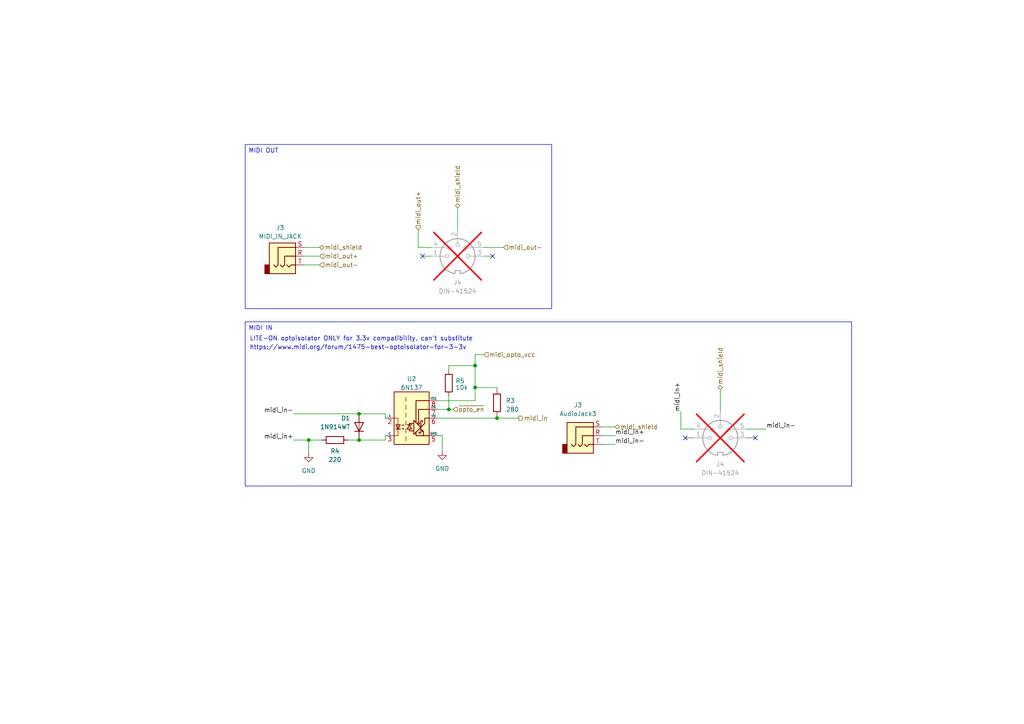
<source format=kicad_sch>
(kicad_sch (version 20230121) (generator eeschema)

  (uuid c3ac1eb7-e87a-423c-b78d-f59fbd31daa0)

  (paper "A4")

  (lib_symbols
    (symbol "Connector:AudioJack3" (in_bom yes) (on_board yes)
      (property "Reference" "J" (at 0 8.89 0)
        (effects (font (size 1.27 1.27)))
      )
      (property "Value" "AudioJack3" (at 0 6.35 0)
        (effects (font (size 1.27 1.27)))
      )
      (property "Footprint" "" (at 0 0 0)
        (effects (font (size 1.27 1.27)) hide)
      )
      (property "Datasheet" "~" (at 0 0 0)
        (effects (font (size 1.27 1.27)) hide)
      )
      (property "ki_keywords" "audio jack receptacle stereo headphones phones TRS connector" (at 0 0 0)
        (effects (font (size 1.27 1.27)) hide)
      )
      (property "ki_description" "Audio Jack, 3 Poles (Stereo / TRS)" (at 0 0 0)
        (effects (font (size 1.27 1.27)) hide)
      )
      (property "ki_fp_filters" "Jack*" (at 0 0 0)
        (effects (font (size 1.27 1.27)) hide)
      )
      (symbol "AudioJack3_0_1"
        (rectangle (start -5.08 -5.08) (end -6.35 -2.54)
          (stroke (width 0.254) (type default))
          (fill (type outline))
        )
        (polyline
          (pts
            (xy 0 -2.54)
            (xy 0.635 -3.175)
            (xy 1.27 -2.54)
            (xy 2.54 -2.54)
          )
          (stroke (width 0.254) (type default))
          (fill (type none))
        )
        (polyline
          (pts
            (xy -1.905 -2.54)
            (xy -1.27 -3.175)
            (xy -0.635 -2.54)
            (xy -0.635 0)
            (xy 2.54 0)
          )
          (stroke (width 0.254) (type default))
          (fill (type none))
        )
        (polyline
          (pts
            (xy 2.54 2.54)
            (xy -2.54 2.54)
            (xy -2.54 -2.54)
            (xy -3.175 -3.175)
            (xy -3.81 -2.54)
          )
          (stroke (width 0.254) (type default))
          (fill (type none))
        )
        (rectangle (start 2.54 3.81) (end -5.08 -5.08)
          (stroke (width 0.254) (type default))
          (fill (type background))
        )
      )
      (symbol "AudioJack3_1_1"
        (pin passive line (at 5.08 0 180) (length 2.54)
          (name "~" (effects (font (size 1.27 1.27))))
          (number "R" (effects (font (size 1.27 1.27))))
        )
        (pin passive line (at 5.08 2.54 180) (length 2.54)
          (name "~" (effects (font (size 1.27 1.27))))
          (number "S" (effects (font (size 1.27 1.27))))
        )
        (pin passive line (at 5.08 -2.54 180) (length 2.54)
          (name "~" (effects (font (size 1.27 1.27))))
          (number "T" (effects (font (size 1.27 1.27))))
        )
      )
    )
    (symbol "Connector:DIN-5_180degree" (pin_names (offset 1.016)) (in_bom yes) (on_board yes)
      (property "Reference" "J" (at 3.175 5.715 0)
        (effects (font (size 1.27 1.27)))
      )
      (property "Value" "DIN-5_180degree" (at 0 -6.35 0)
        (effects (font (size 1.27 1.27)))
      )
      (property "Footprint" "" (at 0 0 0)
        (effects (font (size 1.27 1.27)) hide)
      )
      (property "Datasheet" "http://www.mouser.com/ds/2/18/40_c091_abd_e-75918.pdf" (at 0 0 0)
        (effects (font (size 1.27 1.27)) hide)
      )
      (property "ki_keywords" "circular DIN connector stereo audio" (at 0 0 0)
        (effects (font (size 1.27 1.27)) hide)
      )
      (property "ki_description" "5-pin DIN connector (5-pin DIN-5 stereo)" (at 0 0 0)
        (effects (font (size 1.27 1.27)) hide)
      )
      (property "ki_fp_filters" "DIN*" (at 0 0 0)
        (effects (font (size 1.27 1.27)) hide)
      )
      (symbol "DIN-5_180degree_0_1"
        (arc (start -5.08 0) (mid -3.8609 -3.3364) (end -0.762 -5.08)
          (stroke (width 0.254) (type default))
          (fill (type none))
        )
        (circle (center -3.048 0) (radius 0.508)
          (stroke (width 0) (type default))
          (fill (type none))
        )
        (circle (center -2.286 2.286) (radius 0.508)
          (stroke (width 0) (type default))
          (fill (type none))
        )
        (polyline
          (pts
            (xy -5.08 0)
            (xy -3.556 0)
          )
          (stroke (width 0) (type default))
          (fill (type none))
        )
        (polyline
          (pts
            (xy 0 5.08)
            (xy 0 3.81)
          )
          (stroke (width 0) (type default))
          (fill (type none))
        )
        (polyline
          (pts
            (xy 5.08 0)
            (xy 3.556 0)
          )
          (stroke (width 0) (type default))
          (fill (type none))
        )
        (polyline
          (pts
            (xy -5.08 2.54)
            (xy -4.318 2.54)
            (xy -2.794 2.286)
          )
          (stroke (width 0) (type default))
          (fill (type none))
        )
        (polyline
          (pts
            (xy 5.08 2.54)
            (xy 4.318 2.54)
            (xy 2.794 2.286)
          )
          (stroke (width 0) (type default))
          (fill (type none))
        )
        (polyline
          (pts
            (xy -0.762 -4.953)
            (xy -0.762 -4.191)
            (xy 0.762 -4.191)
            (xy 0.762 -4.953)
          )
          (stroke (width 0.254) (type default))
          (fill (type none))
        )
        (circle (center 0 3.302) (radius 0.508)
          (stroke (width 0) (type default))
          (fill (type none))
        )
        (arc (start 0.762 -5.08) (mid 3.8685 -3.343) (end 5.08 0)
          (stroke (width 0.254) (type default))
          (fill (type none))
        )
        (circle (center 2.286 2.286) (radius 0.508)
          (stroke (width 0) (type default))
          (fill (type none))
        )
        (circle (center 3.048 0) (radius 0.508)
          (stroke (width 0) (type default))
          (fill (type none))
        )
        (arc (start 5.08 0) (mid 0 5.0579) (end -5.08 0)
          (stroke (width 0.254) (type default))
          (fill (type none))
        )
      )
      (symbol "DIN-5_180degree_1_1"
        (pin passive line (at -7.62 0 0) (length 2.54)
          (name "~" (effects (font (size 1.27 1.27))))
          (number "1" (effects (font (size 1.27 1.27))))
        )
        (pin passive line (at 0 7.62 270) (length 2.54)
          (name "~" (effects (font (size 1.27 1.27))))
          (number "2" (effects (font (size 1.27 1.27))))
        )
        (pin passive line (at 7.62 0 180) (length 2.54)
          (name "~" (effects (font (size 1.27 1.27))))
          (number "3" (effects (font (size 1.27 1.27))))
        )
        (pin passive line (at -7.62 2.54 0) (length 2.54)
          (name "~" (effects (font (size 1.27 1.27))))
          (number "4" (effects (font (size 1.27 1.27))))
        )
        (pin passive line (at 7.62 2.54 180) (length 2.54)
          (name "~" (effects (font (size 1.27 1.27))))
          (number "5" (effects (font (size 1.27 1.27))))
        )
      )
    )
    (symbol "Device:R" (pin_numbers hide) (pin_names (offset 0)) (in_bom yes) (on_board yes)
      (property "Reference" "R" (at 2.032 0 90)
        (effects (font (size 1.27 1.27)))
      )
      (property "Value" "R" (at 0 0 90)
        (effects (font (size 1.27 1.27)))
      )
      (property "Footprint" "" (at -1.778 0 90)
        (effects (font (size 1.27 1.27)) hide)
      )
      (property "Datasheet" "~" (at 0 0 0)
        (effects (font (size 1.27 1.27)) hide)
      )
      (property "ki_keywords" "R res resistor" (at 0 0 0)
        (effects (font (size 1.27 1.27)) hide)
      )
      (property "ki_description" "Resistor" (at 0 0 0)
        (effects (font (size 1.27 1.27)) hide)
      )
      (property "ki_fp_filters" "R_*" (at 0 0 0)
        (effects (font (size 1.27 1.27)) hide)
      )
      (symbol "R_0_1"
        (rectangle (start -1.016 -2.54) (end 1.016 2.54)
          (stroke (width 0.254) (type default))
          (fill (type none))
        )
      )
      (symbol "R_1_1"
        (pin passive line (at 0 3.81 270) (length 1.27)
          (name "~" (effects (font (size 1.27 1.27))))
          (number "1" (effects (font (size 1.27 1.27))))
        )
        (pin passive line (at 0 -3.81 90) (length 1.27)
          (name "~" (effects (font (size 1.27 1.27))))
          (number "2" (effects (font (size 1.27 1.27))))
        )
      )
    )
    (symbol "Diode:1N914WT" (pin_numbers hide) (pin_names hide) (in_bom yes) (on_board yes)
      (property "Reference" "D" (at 0 2.54 0)
        (effects (font (size 1.27 1.27)))
      )
      (property "Value" "1N914WT" (at 0 -2.54 0)
        (effects (font (size 1.27 1.27)))
      )
      (property "Footprint" "Diode_SMD:D_SOD-523" (at 0 -4.445 0)
        (effects (font (size 1.27 1.27)) hide)
      )
      (property "Datasheet" "http://www.mouser.com/ds/2/149/1N4148WT-461550.pdf" (at 0 0 0)
        (effects (font (size 1.27 1.27)) hide)
      )
      (property "Sim.Device" "D" (at 0 0 0)
        (effects (font (size 1.27 1.27)) hide)
      )
      (property "Sim.Pins" "1=K 2=A" (at 0 0 0)
        (effects (font (size 1.27 1.27)) hide)
      )
      (property "ki_keywords" "diode" (at 0 0 0)
        (effects (font (size 1.27 1.27)) hide)
      )
      (property "ki_description" "75V 0.15A Fast switching Diode, SOD-523" (at 0 0 0)
        (effects (font (size 1.27 1.27)) hide)
      )
      (property "ki_fp_filters" "D*SOD?523*" (at 0 0 0)
        (effects (font (size 1.27 1.27)) hide)
      )
      (symbol "1N914WT_0_1"
        (polyline
          (pts
            (xy -1.27 1.27)
            (xy -1.27 -1.27)
          )
          (stroke (width 0.254) (type default))
          (fill (type none))
        )
        (polyline
          (pts
            (xy 1.27 0)
            (xy -1.27 0)
          )
          (stroke (width 0) (type default))
          (fill (type none))
        )
        (polyline
          (pts
            (xy 1.27 1.27)
            (xy 1.27 -1.27)
            (xy -1.27 0)
            (xy 1.27 1.27)
          )
          (stroke (width 0.254) (type default))
          (fill (type none))
        )
      )
      (symbol "1N914WT_1_1"
        (pin passive line (at -3.81 0 0) (length 2.54)
          (name "K" (effects (font (size 1.27 1.27))))
          (number "1" (effects (font (size 1.27 1.27))))
        )
        (pin passive line (at 3.81 0 180) (length 2.54)
          (name "A" (effects (font (size 1.27 1.27))))
          (number "2" (effects (font (size 1.27 1.27))))
        )
      )
    )
    (symbol "Isolator:6N137" (pin_names (offset 0)) (in_bom yes) (on_board yes)
      (property "Reference" "U" (at -4.064 8.89 0)
        (effects (font (size 1.27 1.27)))
      )
      (property "Value" "6N137" (at 0 -8.89 0)
        (effects (font (size 1.27 1.27)))
      )
      (property "Footprint" "Package_DIP:DIP-8_W7.62mm" (at 0 -12.7 0)
        (effects (font (size 1.27 1.27)) hide)
      )
      (property "Datasheet" "https://docs.broadcom.com/docs/AV02-0940EN" (at -21.59 13.97 0)
        (effects (font (size 1.27 1.27)) hide)
      )
      (property "ki_keywords" "High speed optically coupled gates enable" (at 0 0 0)
        (effects (font (size 1.27 1.27)) hide)
      )
      (property "ki_description" "Single High Speed LSTTL/TTL Compatible Optocoupler with enable, dV/dt 1000/us, VCM 10, max 7V VCC, DIP-8" (at 0 0 0)
        (effects (font (size 1.27 1.27)) hide)
      )
      (property "ki_fp_filters" "DIP*W7.62mm*" (at 0 0 0)
        (effects (font (size 1.27 1.27)) hide)
      )
      (symbol "6N137_0_1"
        (polyline
          (pts
            (xy 2.667 -3.556)
            (xy 2.667 -1.651)
          )
          (stroke (width 0.254) (type default))
          (fill (type none))
        )
        (polyline
          (pts
            (xy 2.667 -2.159)
            (xy 2.667 -2.921)
          )
          (stroke (width 0.254) (type default))
          (fill (type none))
        )
        (polyline
          (pts
            (xy 3.429 -3.937)
            (xy 3.429 -5.08)
          )
          (stroke (width 0.254) (type default))
          (fill (type none))
        )
        (polyline
          (pts
            (xy -0.635 -3.302)
            (xy -0.635 -3.683)
            (xy 0.635 -3.683)
          )
          (stroke (width 0.254) (type default))
          (fill (type none))
        )
        (polyline
          (pts
            (xy -0.635 -1.905)
            (xy -0.635 -1.524)
            (xy 0.508 -1.524)
          )
          (stroke (width 0.254) (type default))
          (fill (type none))
        )
        (polyline
          (pts
            (xy 1.27 -4.064)
            (xy 1.27 -5.08)
            (xy 5.08 -5.08)
          )
          (stroke (width 0.254) (type default))
          (fill (type none))
        )
        (polyline
          (pts
            (xy 1.27 -1.27)
            (xy 1.27 5.08)
            (xy 5.08 5.08)
          )
          (stroke (width 0.254) (type default))
          (fill (type none))
        )
        (polyline
          (pts
            (xy 2.032 -1.27)
            (xy 2.032 2.54)
            (xy 5.08 2.54)
          )
          (stroke (width 0.254) (type default))
          (fill (type none))
        )
        (polyline
          (pts
            (xy -5.08 -5.08)
            (xy -3.937 -5.08)
            (xy -3.937 0)
            (xy -5.08 0)
          )
          (stroke (width 0) (type default))
          (fill (type none))
        )
        (polyline
          (pts
            (xy 2.667 -3.302)
            (xy 2.667 -4.318)
            (xy 2.159 -4.318)
            (xy 2.159 -3.937)
          )
          (stroke (width 0.254) (type default))
          (fill (type none))
        )
        (polyline
          (pts
            (xy 2.667 -2.667)
            (xy 0.635 -4.699)
            (xy 0.635 -0.635)
            (xy 2.667 -2.667)
          )
          (stroke (width 0.254) (type default))
          (fill (type none))
        )
        (polyline
          (pts
            (xy 2.667 -1.778)
            (xy 2.667 -0.762)
            (xy 3.175 -0.762)
            (xy 3.175 -1.143)
          )
          (stroke (width 0.254) (type default))
          (fill (type none))
        )
        (polyline
          (pts
            (xy 2.794 -2.54)
            (xy 3.81 -1.524)
            (xy 3.81 0)
            (xy 5.08 0)
          )
          (stroke (width 0.254) (type default))
          (fill (type none))
        )
        (polyline
          (pts
            (xy 2.667 -3.175)
            (xy 3.429 -3.937)
            (xy 3.302 -3.556)
            (xy 3.048 -3.81)
            (xy 3.429 -3.937)
          )
          (stroke (width 0.254) (type default))
          (fill (type none))
        )
        (circle (center 2.032 -1.524) (radius 0.254)
          (stroke (width 0.254) (type default))
          (fill (type none))
        )
      )
      (symbol "6N137_1_1"
        (rectangle (start -5.08 7.62) (end 5.08 -7.62)
          (stroke (width 0.254) (type default))
          (fill (type background))
        )
        (polyline
          (pts
            (xy -4.572 -3.175)
            (xy -3.302 -3.175)
          )
          (stroke (width 0.254) (type default))
          (fill (type none))
        )
        (polyline
          (pts
            (xy -1.651 -5.334)
            (xy -1.651 -6.604)
          )
          (stroke (width 0) (type default))
          (fill (type none))
        )
        (polyline
          (pts
            (xy -1.651 -3.048)
            (xy -1.651 -4.318)
          )
          (stroke (width 0) (type default))
          (fill (type none))
        )
        (polyline
          (pts
            (xy -1.651 -0.762)
            (xy -1.651 -2.032)
          )
          (stroke (width 0) (type default))
          (fill (type none))
        )
        (polyline
          (pts
            (xy -1.651 1.524)
            (xy -1.651 0.254)
          )
          (stroke (width 0) (type default))
          (fill (type none))
        )
        (polyline
          (pts
            (xy -1.651 3.81)
            (xy -1.651 2.54)
          )
          (stroke (width 0) (type default))
          (fill (type none))
        )
        (polyline
          (pts
            (xy -1.651 6.096)
            (xy -1.651 4.826)
          )
          (stroke (width 0) (type default))
          (fill (type none))
        )
        (polyline
          (pts
            (xy -1.27 -1.905)
            (xy 0 -1.905)
          )
          (stroke (width 0.254) (type default))
          (fill (type none))
        )
        (polyline
          (pts
            (xy -3.937 -3.175)
            (xy -4.572 -1.905)
            (xy -3.302 -1.905)
            (xy -3.937 -3.175)
          )
          (stroke (width 0.254) (type default))
          (fill (type none))
        )
        (polyline
          (pts
            (xy -0.635 -1.905)
            (xy -1.27 -3.175)
            (xy 0 -3.175)
            (xy -0.635 -1.905)
          )
          (stroke (width 0.254) (type default))
          (fill (type none))
        )
        (polyline
          (pts
            (xy -2.921 -3.048)
            (xy -2.159 -3.048)
            (xy -2.54 -3.175)
            (xy -2.54 -2.921)
            (xy -2.159 -3.048)
          )
          (stroke (width 0.127) (type default))
          (fill (type none))
        )
        (polyline
          (pts
            (xy -2.921 -2.032)
            (xy -2.159 -2.032)
            (xy -2.54 -2.159)
            (xy -2.54 -1.905)
            (xy -2.159 -2.032)
          )
          (stroke (width 0.127) (type default))
          (fill (type none))
        )
        (pin no_connect line (at -5.08 5.08 0) (length 2.54) hide
          (name "NC" (effects (font (size 0.635 0.635))))
          (number "1" (effects (font (size 1.27 1.27))))
        )
        (pin passive line (at -7.62 0 0) (length 2.54)
          (name "A" (effects (font (size 0.635 0.635))))
          (number "2" (effects (font (size 1.27 1.27))))
        )
        (pin passive line (at -7.62 -5.08 0) (length 2.54)
          (name "C" (effects (font (size 0.635 0.635))))
          (number "3" (effects (font (size 1.27 1.27))))
        )
        (pin power_in line (at 7.62 -5.08 180) (length 2.54)
          (name "GND" (effects (font (size 0.635 0.635))))
          (number "5" (effects (font (size 1.27 1.27))))
        )
        (pin open_collector line (at 7.62 0 180) (length 2.54)
          (name "VO" (effects (font (size 0.635 0.635))))
          (number "6" (effects (font (size 1.27 1.27))))
        )
        (pin input line (at 7.62 2.54 180) (length 2.54)
          (name "EN" (effects (font (size 0.635 0.635))))
          (number "7" (effects (font (size 1.27 1.27))))
        )
        (pin power_in line (at 7.62 5.08 180) (length 2.54)
          (name "VCC" (effects (font (size 0.635 0.635))))
          (number "8" (effects (font (size 1.27 1.27))))
        )
      )
    )
    (symbol "power:GND" (power) (pin_names (offset 0)) (in_bom yes) (on_board yes)
      (property "Reference" "#PWR" (at 0 -6.35 0)
        (effects (font (size 1.27 1.27)) hide)
      )
      (property "Value" "GND" (at 0 -3.81 0)
        (effects (font (size 1.27 1.27)))
      )
      (property "Footprint" "" (at 0 0 0)
        (effects (font (size 1.27 1.27)) hide)
      )
      (property "Datasheet" "" (at 0 0 0)
        (effects (font (size 1.27 1.27)) hide)
      )
      (property "ki_keywords" "global power" (at 0 0 0)
        (effects (font (size 1.27 1.27)) hide)
      )
      (property "ki_description" "Power symbol creates a global label with name \"GND\" , ground" (at 0 0 0)
        (effects (font (size 1.27 1.27)) hide)
      )
      (symbol "GND_0_1"
        (polyline
          (pts
            (xy 0 0)
            (xy 0 -1.27)
            (xy 1.27 -1.27)
            (xy 0 -2.54)
            (xy -1.27 -1.27)
            (xy 0 -1.27)
          )
          (stroke (width 0) (type default))
          (fill (type none))
        )
      )
      (symbol "GND_1_1"
        (pin power_in line (at 0 0 270) (length 0) hide
          (name "GND" (effects (font (size 1.27 1.27))))
          (number "1" (effects (font (size 1.27 1.27))))
        )
      )
    )
  )

  (junction (at 130.175 118.745) (diameter 0) (color 0 0 0 0)
    (uuid 19869796-ae10-47d6-94f9-8d1fa409d137)
  )
  (junction (at 104.14 127.635) (diameter 0) (color 0 0 0 0)
    (uuid 2264b52a-455d-4313-9b6f-cd3352330aa6)
  )
  (junction (at 144.145 121.285) (diameter 0) (color 0 0 0 0)
    (uuid 3ee34dbb-bbdb-43d7-80ed-58ff8270c0e3)
  )
  (junction (at 137.795 112.395) (diameter 0) (color 0 0 0 0)
    (uuid 82b7496b-5f24-42c3-b456-74b414197cee)
  )
  (junction (at 137.795 106.045) (diameter 0) (color 0 0 0 0)
    (uuid ba281c52-b1ba-4c37-9534-6ce10ce0a9e0)
  )
  (junction (at 104.14 120.015) (diameter 0) (color 0 0 0 0)
    (uuid c1eadb00-2302-49f0-95f0-3552d51a2275)
  )
  (junction (at 89.535 127.635) (diameter 0) (color 0 0 0 0)
    (uuid f728a4a4-a0b1-40ef-aeab-9dd1226964e2)
  )

  (no_connect (at 198.755 127) (uuid 1d684940-c45b-4965-9bb4-fe171388e166))
  (no_connect (at 219.075 127) (uuid 71642cd2-f302-4f34-8cfb-c52b7c6b4087))
  (no_connect (at 122.555 74.295) (uuid dd175a4d-8842-4fca-8bef-b401dbbe80e2))
  (no_connect (at 142.875 74.295) (uuid f2a6836e-a809-4312-a4cd-fb5523cc0675))

  (wire (pts (xy 144.145 121.285) (xy 144.145 120.65))
    (stroke (width 0) (type default))
    (uuid 071e9be5-64e4-4b33-8508-b8ad73e90fc1)
  )
  (wire (pts (xy 137.795 102.87) (xy 137.795 106.045))
    (stroke (width 0) (type default))
    (uuid 08eac181-f3ea-439f-844f-39b2ce4033a9)
  )
  (wire (pts (xy 111.76 127.635) (xy 104.14 127.635))
    (stroke (width 0) (type default))
    (uuid 120e2f64-cb78-4e72-84f2-b59f598abb30)
  )
  (wire (pts (xy 130.175 106.045) (xy 137.795 106.045))
    (stroke (width 0) (type default))
    (uuid 165d437a-ce22-4b91-ac6a-96e42fb2d0b1)
  )
  (wire (pts (xy 127 121.285) (xy 144.145 121.285))
    (stroke (width 0) (type default))
    (uuid 174ce093-225f-429f-857d-1354bdcff336)
  )
  (wire (pts (xy 198.755 127) (xy 201.295 127))
    (stroke (width 0) (type default))
    (uuid 1937611a-5e47-45b3-aad6-5cee5d4be86a)
  )
  (wire (pts (xy 122.555 74.295) (xy 125.095 74.295))
    (stroke (width 0) (type default))
    (uuid 259780f0-688c-436b-987e-fc488e06d3b4)
  )
  (wire (pts (xy 216.535 127) (xy 219.075 127))
    (stroke (width 0) (type default))
    (uuid 2f26b4a0-df0f-4aa8-a0cc-b238175b21e6)
  )
  (wire (pts (xy 140.335 71.755) (xy 146.05 71.755))
    (stroke (width 0) (type default))
    (uuid 31f5f528-a447-4242-ae71-c560a4b609a7)
  )
  (wire (pts (xy 88.265 74.295) (xy 92.71 74.295))
    (stroke (width 0) (type default))
    (uuid 31f6f3b0-b7f9-4420-aa20-90242ede2e3d)
  )
  (wire (pts (xy 140.335 74.295) (xy 142.875 74.295))
    (stroke (width 0) (type default))
    (uuid 3a0e0a03-16f9-4331-abc4-5764a08b2441)
  )
  (wire (pts (xy 132.715 66.675) (xy 132.715 60.325))
    (stroke (width 0) (type default))
    (uuid 3a42f6a6-bb82-4189-bc3b-b41f51b5e517)
  )
  (wire (pts (xy 144.145 112.395) (xy 137.795 112.395))
    (stroke (width 0) (type default))
    (uuid 46f0dafc-4f54-42a8-9fc7-3c067757b7d1)
  )
  (wire (pts (xy 174.625 128.905) (xy 178.435 128.905))
    (stroke (width 0) (type default))
    (uuid 50907a93-b2a5-409e-9ae7-dd16fd88d8ca)
  )
  (wire (pts (xy 130.175 118.745) (xy 127 118.745))
    (stroke (width 0) (type default))
    (uuid 52756aa5-8d4b-4762-a4e6-53a32d4fbe2b)
  )
  (wire (pts (xy 111.76 126.365) (xy 111.76 127.635))
    (stroke (width 0) (type default))
    (uuid 58831a62-a03a-4fb9-8681-1f660573adf7)
  )
  (wire (pts (xy 121.285 71.755) (xy 121.285 66.675))
    (stroke (width 0) (type default))
    (uuid 62d229d6-452f-4ec2-892f-7682c4e8f23a)
  )
  (wire (pts (xy 104.14 120.015) (xy 85.09 120.015))
    (stroke (width 0) (type default))
    (uuid 640115e9-27e5-4fd6-9d45-16a720b42f2f)
  )
  (wire (pts (xy 144.145 112.395) (xy 144.145 113.03))
    (stroke (width 0) (type default))
    (uuid 6f015bc1-32e2-49ad-b203-b87644ddb2f9)
  )
  (wire (pts (xy 144.145 121.285) (xy 150.495 121.285))
    (stroke (width 0) (type default))
    (uuid 814194f5-5316-41e8-ba91-20a0d0eaf2ad)
  )
  (wire (pts (xy 127 126.365) (xy 128.27 126.365))
    (stroke (width 0) (type default))
    (uuid 82119541-2bed-46f8-8155-608f24391db7)
  )
  (wire (pts (xy 100.965 127.635) (xy 104.14 127.635))
    (stroke (width 0) (type default))
    (uuid 8459dff1-dd3a-4166-bad5-1f2898bcc325)
  )
  (wire (pts (xy 201.295 124.46) (xy 197.485 124.46))
    (stroke (width 0) (type default))
    (uuid 8df6c421-003e-4494-bf4c-45bada36aeab)
  )
  (wire (pts (xy 130.175 118.745) (xy 131.445 118.745))
    (stroke (width 0) (type default))
    (uuid 90a860f7-8781-468c-9cdf-356876412c13)
  )
  (wire (pts (xy 208.915 119.38) (xy 208.915 113.03))
    (stroke (width 0) (type default))
    (uuid 963e5718-9900-4976-9699-7085a65861dc)
  )
  (wire (pts (xy 174.625 123.825) (xy 178.435 123.825))
    (stroke (width 0) (type default))
    (uuid a608f509-6af3-4434-a7c0-d02c8c611b74)
  )
  (wire (pts (xy 85.09 127.635) (xy 89.535 127.635))
    (stroke (width 0) (type default))
    (uuid aa0d4f39-a259-4048-b76f-0aca1da77f96)
  )
  (wire (pts (xy 137.795 106.045) (xy 137.795 112.395))
    (stroke (width 0) (type default))
    (uuid aa88838f-eadc-4d4d-92e1-1a8ad419d04d)
  )
  (wire (pts (xy 137.795 112.395) (xy 137.795 116.205))
    (stroke (width 0) (type default))
    (uuid b180010a-2631-4874-9059-50319a6b6d86)
  )
  (wire (pts (xy 125.095 71.755) (xy 121.285 71.755))
    (stroke (width 0) (type default))
    (uuid ba99bfae-05ad-40de-9501-c18ee027e58c)
  )
  (wire (pts (xy 88.265 71.755) (xy 92.71 71.755))
    (stroke (width 0) (type default))
    (uuid bc5aa96f-bc53-4c8f-bb26-f77b2b6fa189)
  )
  (wire (pts (xy 216.535 124.46) (xy 222.25 124.46))
    (stroke (width 0) (type default))
    (uuid bd429467-5849-4506-a39b-532344573ab3)
  )
  (wire (pts (xy 197.485 124.46) (xy 197.485 119.38))
    (stroke (width 0) (type default))
    (uuid c0c66312-c81e-4421-8e55-6bdce44025c4)
  )
  (wire (pts (xy 111.76 120.015) (xy 104.14 120.015))
    (stroke (width 0) (type default))
    (uuid c6412b4b-656d-4016-974a-06738e629c38)
  )
  (wire (pts (xy 111.76 121.285) (xy 111.76 120.015))
    (stroke (width 0) (type default))
    (uuid c7b5e2a4-2360-425a-830b-0fae479ad20e)
  )
  (wire (pts (xy 88.265 76.835) (xy 92.71 76.835))
    (stroke (width 0) (type default))
    (uuid c7d6d3e5-1810-4ca8-ae3c-35b9907b9301)
  )
  (wire (pts (xy 89.535 127.635) (xy 89.535 131.445))
    (stroke (width 0) (type default))
    (uuid cc08f2f5-db9f-4c22-8b1f-87594dd6f351)
  )
  (wire (pts (xy 128.27 126.365) (xy 128.27 130.81))
    (stroke (width 0) (type default))
    (uuid cf74c219-2afb-467e-b3bf-886a3a71744b)
  )
  (wire (pts (xy 140.335 102.87) (xy 137.795 102.87))
    (stroke (width 0) (type default))
    (uuid d0055d46-335a-4487-a675-ccf6cfe22b6e)
  )
  (wire (pts (xy 127 116.205) (xy 137.795 116.205))
    (stroke (width 0) (type default))
    (uuid de6548d2-b223-43b7-bc8e-936f4f52de27)
  )
  (wire (pts (xy 130.175 114.935) (xy 130.175 118.745))
    (stroke (width 0) (type default))
    (uuid e326ab59-bffd-411e-bf2b-5ce85decb93c)
  )
  (wire (pts (xy 130.175 107.315) (xy 130.175 106.045))
    (stroke (width 0) (type default))
    (uuid e359032a-0986-45e5-b797-1c9ee8f94f11)
  )
  (wire (pts (xy 89.535 127.635) (xy 93.345 127.635))
    (stroke (width 0) (type default))
    (uuid eb2d313b-dbac-4a4e-9c66-d612fd4570c2)
  )
  (wire (pts (xy 174.625 126.365) (xy 178.435 126.365))
    (stroke (width 0) (type default))
    (uuid fdf69f8d-50bf-457d-a33c-7b95557a2695)
  )

  (text_box "MIDI IN"
    (at 71.12 93.345 0) (size 175.895 47.625)
    (stroke (width 0) (type default))
    (fill (type none))
    (effects (font (size 1.27 1.27)) (justify left top))
    (uuid 142730c7-6e88-4e21-b0f5-a5f113a1092a)
  )
  (text_box "MIDI OUT"
    (at 71.12 41.91 0) (size 88.9 47.625)
    (stroke (width 0) (type default))
    (fill (type none))
    (effects (font (size 1.27 1.27)) (justify left top))
    (uuid d6803b1f-4209-4611-9bd1-4570ca2b36f9)
  )

  (text "https://www.midi.org/forum/1475-best-optoisolator-for-3-3v"
    (at 72.39 101.6 0)
    (effects (font (size 1.27 1.27)) (justify left bottom))
    (uuid 3a7d190b-0666-464d-983b-0f76d4d933c1)
  )
  (text "LITE-ON optoisolator ONLY for 3.3v compatibility, can't substitute"
    (at 72.39 99.06 0)
    (effects (font (size 1.27 1.27)) (justify left bottom))
    (uuid 8378567c-fc2b-495d-b5b8-34c171c52088)
  )

  (label "midi_in+" (at 85.09 127.635 180) (fields_autoplaced)
    (effects (font (size 1.27 1.27)) (justify right bottom))
    (uuid 0d8c9788-0d15-4e6f-be17-d62030bcce8e)
  )
  (label "midi_in+" (at 197.485 119.38 90) (fields_autoplaced)
    (effects (font (size 1.27 1.27)) (justify left bottom))
    (uuid 59114bf1-a665-4105-b035-aa17888276ed)
  )
  (label "midi_in-" (at 178.435 128.905 0) (fields_autoplaced)
    (effects (font (size 1.27 1.27)) (justify left bottom))
    (uuid 736b9555-cc14-43a5-a8a7-93ac1513bef6)
  )
  (label "midi_in-" (at 222.25 124.46 0) (fields_autoplaced)
    (effects (font (size 1.27 1.27)) (justify left bottom))
    (uuid 87d84d30-8997-44d1-85a6-e4ff3a14f563)
  )
  (label "midi_in+" (at 178.435 126.365 0) (fields_autoplaced)
    (effects (font (size 1.27 1.27)) (justify left bottom))
    (uuid a4fc85b1-14fa-4c0d-b72b-fe44a2709713)
  )
  (label "midi_in-" (at 85.09 120.015 180) (fields_autoplaced)
    (effects (font (size 1.27 1.27)) (justify right bottom))
    (uuid b7b0e403-ce2d-4eb4-8c0b-c888ed8cc2a0)
  )

  (hierarchical_label "~{opto_en}" (shape input) (at 131.445 118.745 0) (fields_autoplaced)
    (effects (font (size 1.27 1.27)) (justify left))
    (uuid 38a181d5-61c1-487a-a651-bc7435af932f)
  )
  (hierarchical_label "midi_opto_vcc" (shape input) (at 140.335 102.87 0) (fields_autoplaced)
    (effects (font (size 1.27 1.27)) (justify left))
    (uuid 6ab26d09-dfbc-4e17-869e-b63581a842b0)
  )
  (hierarchical_label "midi_shield" (shape bidirectional) (at 132.715 60.325 90) (fields_autoplaced)
    (effects (font (size 1.27 1.27)) (justify left))
    (uuid 9d9fc841-32e0-4af0-80af-d69f43d5361f)
  )
  (hierarchical_label "midi_shield" (shape bidirectional) (at 178.435 123.825 0) (fields_autoplaced)
    (effects (font (size 1.27 1.27)) (justify left))
    (uuid a4993ac6-74c4-4803-b88d-a0b9afd754c1)
  )
  (hierarchical_label "midi_in" (shape output) (at 150.495 121.285 0) (fields_autoplaced)
    (effects (font (size 1.27 1.27)) (justify left))
    (uuid b3d227e8-1bb5-4db0-a092-d95e17779838)
  )
  (hierarchical_label "midi_out-" (shape input) (at 92.71 76.835 0) (fields_autoplaced)
    (effects (font (size 1.27 1.27)) (justify left))
    (uuid bd0fcc48-a55d-41eb-afc9-720e2370ea29)
  )
  (hierarchical_label "midi_out-" (shape input) (at 146.05 71.755 0) (fields_autoplaced)
    (effects (font (size 1.27 1.27)) (justify left))
    (uuid bf529deb-0f1a-45b9-9315-8177ec772fdb)
  )
  (hierarchical_label "midi_shield" (shape bidirectional) (at 208.915 113.03 90) (fields_autoplaced)
    (effects (font (size 1.27 1.27)) (justify left))
    (uuid cf1d420e-ad43-4d48-b8cd-4b32f560668d)
  )
  (hierarchical_label "midi_out+" (shape input) (at 92.71 74.295 0) (fields_autoplaced)
    (effects (font (size 1.27 1.27)) (justify left))
    (uuid e1b89929-cefb-4c0a-bfeb-a7bb40833dd6)
  )
  (hierarchical_label "midi_shield" (shape bidirectional) (at 92.71 71.755 0) (fields_autoplaced)
    (effects (font (size 1.27 1.27)) (justify left))
    (uuid e25d1c5e-54b6-4471-a1e7-6ec274b34f14)
  )
  (hierarchical_label "midi_out+" (shape input) (at 121.285 66.675 90) (fields_autoplaced)
    (effects (font (size 1.27 1.27)) (justify left))
    (uuid f24a0be5-91f6-47b0-ac0f-47756318d441)
  )

  (symbol (lib_id "Device:R") (at 130.175 111.125 180) (unit 1)
    (in_bom yes) (on_board yes) (dnp no)
    (uuid 03097fc3-4488-4543-a84f-be0479960874)
    (property "Reference" "R5" (at 132.08 110.49 0)
      (effects (font (size 1.27 1.27)) (justify right))
    )
    (property "Value" "10k" (at 132.08 112.395 0)
      (effects (font (size 1.27 1.27)) (justify right))
    )
    (property "Footprint" "" (at 131.953 111.125 90)
      (effects (font (size 1.27 1.27)) hide)
    )
    (property "Datasheet" "~" (at 130.175 111.125 0)
      (effects (font (size 1.27 1.27)) hide)
    )
    (pin "1" (uuid 602e2ffc-6fe6-49f8-ad68-c4036dfd91d6))
    (pin "2" (uuid e7853a4b-5b11-4346-bfa9-79dc302acf7e))
    (instances
      (project "d-lev-io"
        (path "/9261a07b-ae4a-4d72-8042-ea097cd0e5ed/b4182eb7-7b2a-4aa0-9e55-baea309aa9ba"
          (reference "R5") (unit 1)
        )
      )
    )
  )

  (symbol (lib_id "Isolator:6N137") (at 119.38 121.285 0) (unit 1)
    (in_bom yes) (on_board yes) (dnp no) (fields_autoplaced)
    (uuid 201870be-ec7c-456a-bfc7-847f19cda567)
    (property "Reference" "U2" (at 119.38 109.855 0)
      (effects (font (size 1.27 1.27)))
    )
    (property "Value" "6N137" (at 119.38 112.395 0)
      (effects (font (size 1.27 1.27)))
    )
    (property "Footprint" "theremin:SOP254P1030X508-8N" (at 119.38 133.985 0)
      (effects (font (size 1.27 1.27)) hide)
    )
    (property "Datasheet" "https://www.mouser.com/datasheet/2/239/lite_s_a0000286390_1-2271868.pdf" (at 97.79 107.315 0)
      (effects (font (size 1.27 1.27)) hide)
    )
    (pin "1" (uuid 66e5781b-7e87-4ba7-ad03-46d9d99af4f3))
    (pin "2" (uuid 7acdc751-7244-443a-99ae-d7151a5aea12))
    (pin "3" (uuid 157cd10e-b119-4a26-8663-59b2a5d3007f))
    (pin "5" (uuid 15407bed-fcc9-4499-b7c5-8b6f3a61ba2f))
    (pin "6" (uuid 4880db82-cc79-4ca8-a819-a0d8d8a698a0))
    (pin "7" (uuid 74430381-0cae-4f1a-a0b1-1443516241d2))
    (pin "8" (uuid 636a374e-818b-4423-9a80-fc4c6d650e5a))
    (instances
      (project "d-lev-io"
        (path "/9261a07b-ae4a-4d72-8042-ea097cd0e5ed"
          (reference "U2") (unit 1)
        )
        (path "/9261a07b-ae4a-4d72-8042-ea097cd0e5ed/b4182eb7-7b2a-4aa0-9e55-baea309aa9ba"
          (reference "U2") (unit 1)
        )
      )
    )
  )

  (symbol (lib_id "Connector:DIN-5_180degree") (at 132.715 74.295 0) (unit 1)
    (in_bom yes) (on_board yes) (dnp yes) (fields_autoplaced)
    (uuid 2564b0e2-4496-4e72-9477-60b43b130cd5)
    (property "Reference" "J4" (at 132.7151 81.915 0)
      (effects (font (size 1.27 1.27)))
    )
    (property "Value" "DIN-41524" (at 132.7151 84.455 0)
      (effects (font (size 1.27 1.27)))
    )
    (property "Footprint" "" (at 132.715 74.295 0)
      (effects (font (size 1.27 1.27)) hide)
    )
    (property "Datasheet" "" (at 132.715 74.295 0)
      (effects (font (size 1.27 1.27)) hide)
    )
    (pin "1" (uuid c1cb0cc8-b780-423b-8c3d-1060528a7cd5))
    (pin "2" (uuid 2837fef1-0b0c-4f1d-9b19-654893a9e5b1))
    (pin "3" (uuid e1386783-ad8f-4fff-bae8-8cd50586360f))
    (pin "4" (uuid 97ea1af7-fceb-4323-a2a8-dde94f079a08))
    (pin "5" (uuid 0e42f9ca-9389-4077-9565-70620d8c1ebe))
    (instances
      (project "d-lev-io"
        (path "/9261a07b-ae4a-4d72-8042-ea097cd0e5ed"
          (reference "J4") (unit 1)
        )
        (path "/9261a07b-ae4a-4d72-8042-ea097cd0e5ed/b4182eb7-7b2a-4aa0-9e55-baea309aa9ba"
          (reference "J4") (unit 1)
        )
      )
      (project "dlev-mini"
        (path "/eb5e8bfd-9871-4528-bf57-58851bf63907/6062d07e-a4ed-44ac-a6b0-014aac464169"
          (reference "J5") (unit 1)
        )
      )
    )
  )

  (symbol (lib_id "Device:R") (at 144.145 116.84 180) (unit 1)
    (in_bom yes) (on_board yes) (dnp no) (fields_autoplaced)
    (uuid 57b7332f-d277-4a56-8024-95a401ca77f7)
    (property "Reference" "R3" (at 146.685 116.205 0)
      (effects (font (size 1.27 1.27)) (justify right))
    )
    (property "Value" "280" (at 146.685 118.745 0)
      (effects (font (size 1.27 1.27)) (justify right))
    )
    (property "Footprint" "" (at 145.923 116.84 90)
      (effects (font (size 1.27 1.27)) hide)
    )
    (property "Datasheet" "~" (at 144.145 116.84 0)
      (effects (font (size 1.27 1.27)) hide)
    )
    (pin "1" (uuid f2ccfa17-7167-4b25-a00b-ea1de40c09e8))
    (pin "2" (uuid 19e3b99b-c0fe-4533-8f4a-8bf4070a558f))
    (instances
      (project "d-lev-io"
        (path "/9261a07b-ae4a-4d72-8042-ea097cd0e5ed/b4182eb7-7b2a-4aa0-9e55-baea309aa9ba"
          (reference "R3") (unit 1)
        )
      )
    )
  )

  (symbol (lib_id "Device:R") (at 97.155 127.635 90) (unit 1)
    (in_bom yes) (on_board yes) (dnp no) (fields_autoplaced)
    (uuid 647f4716-95da-4fd6-9911-f7b84cc4ea17)
    (property "Reference" "R4" (at 97.155 130.81 90)
      (effects (font (size 1.27 1.27)))
    )
    (property "Value" "220" (at 97.155 133.35 90)
      (effects (font (size 1.27 1.27)))
    )
    (property "Footprint" "" (at 97.155 129.413 90)
      (effects (font (size 1.27 1.27)) hide)
    )
    (property "Datasheet" "~" (at 97.155 127.635 0)
      (effects (font (size 1.27 1.27)) hide)
    )
    (pin "1" (uuid 118a931a-e94c-464a-ac55-9c30867c5e27))
    (pin "2" (uuid 70cc15c3-dacb-45d0-96a0-2bed02062e01))
    (instances
      (project "d-lev-io"
        (path "/9261a07b-ae4a-4d72-8042-ea097cd0e5ed/b4182eb7-7b2a-4aa0-9e55-baea309aa9ba"
          (reference "R4") (unit 1)
        )
      )
    )
  )

  (symbol (lib_id "Connector:AudioJack3") (at 169.545 126.365 0) (unit 1)
    (in_bom yes) (on_board yes) (dnp no) (fields_autoplaced)
    (uuid 64f7e90e-ed5c-42f0-a801-e01792a5ee49)
    (property "Reference" "J3" (at 167.64 117.475 0)
      (effects (font (size 1.27 1.27)))
    )
    (property "Value" "AudioJack3" (at 167.64 120.015 0)
      (effects (font (size 1.27 1.27)))
    )
    (property "Footprint" "" (at 169.545 126.365 0)
      (effects (font (size 1.27 1.27)) hide)
    )
    (property "Datasheet" "~" (at 169.545 126.365 0)
      (effects (font (size 1.27 1.27)) hide)
    )
    (pin "R" (uuid 6f2032c8-f41d-4341-9256-4efe770765f2))
    (pin "S" (uuid 4c40cf06-d1ca-46ac-8579-aaf301eb154a))
    (pin "T" (uuid 9918ef15-e206-46ed-8092-06c6ee5c1be7))
    (instances
      (project "d-lev-io"
        (path "/9261a07b-ae4a-4d72-8042-ea097cd0e5ed"
          (reference "J3") (unit 1)
        )
        (path "/9261a07b-ae4a-4d72-8042-ea097cd0e5ed/b4182eb7-7b2a-4aa0-9e55-baea309aa9ba"
          (reference "J5") (unit 1)
        )
      )
      (project "dlev-mini"
        (path "/eb5e8bfd-9871-4528-bf57-58851bf63907/6062d07e-a4ed-44ac-a6b0-014aac464169"
          (reference "J4") (unit 1)
        )
      )
    )
  )

  (symbol (lib_id "Diode:1N914WT") (at 104.14 123.825 90) (unit 1)
    (in_bom yes) (on_board yes) (dnp no)
    (uuid 838f59bd-889d-4b8f-b65d-657665de6046)
    (property "Reference" "D1" (at 101.6 121.285 90)
      (effects (font (size 1.27 1.27)) (justify left))
    )
    (property "Value" "1N914WT" (at 101.6 123.825 90)
      (effects (font (size 1.27 1.27)) (justify left))
    )
    (property "Footprint" "Diode_SMD:D_SOD-523" (at 108.585 123.825 0)
      (effects (font (size 1.27 1.27)) hide)
    )
    (property "Datasheet" "http://www.mouser.com/ds/2/149/1N4148WT-461550.pdf" (at 104.14 123.825 0)
      (effects (font (size 1.27 1.27)) hide)
    )
    (property "Sim.Device" "D" (at 104.14 123.825 0)
      (effects (font (size 1.27 1.27)) hide)
    )
    (property "Sim.Pins" "1=K 2=A" (at 104.14 123.825 0)
      (effects (font (size 1.27 1.27)) hide)
    )
    (pin "1" (uuid 1d0d97a6-2699-4aec-ba70-669307affb0d))
    (pin "2" (uuid 67104045-127b-4907-90ae-6e2b31d96ab1))
    (instances
      (project "d-lev-io"
        (path "/9261a07b-ae4a-4d72-8042-ea097cd0e5ed/b4182eb7-7b2a-4aa0-9e55-baea309aa9ba"
          (reference "D1") (unit 1)
        )
      )
    )
  )

  (symbol (lib_id "Connector:AudioJack3") (at 83.185 74.295 0) (unit 1)
    (in_bom yes) (on_board yes) (dnp no) (fields_autoplaced)
    (uuid bdaa1e9b-4fac-4f51-865f-dd154d2a8246)
    (property "Reference" "J3" (at 81.28 66.04 0)
      (effects (font (size 1.27 1.27)))
    )
    (property "Value" "MIDI_IN_JACK" (at 81.28 68.58 0)
      (effects (font (size 1.27 1.27)))
    )
    (property "Footprint" "" (at 83.185 74.295 0)
      (effects (font (size 1.27 1.27)) hide)
    )
    (property "Datasheet" "~" (at 83.185 74.295 0)
      (effects (font (size 1.27 1.27)) hide)
    )
    (pin "R" (uuid 9b8e9602-f12e-42fc-9898-43199ebede59))
    (pin "S" (uuid 13b2af8a-20aa-495c-805b-0c77f83e772f))
    (pin "T" (uuid 372e360c-ac5f-41c4-9e0e-9c8c05a13b56))
    (instances
      (project "d-lev-io"
        (path "/9261a07b-ae4a-4d72-8042-ea097cd0e5ed"
          (reference "J3") (unit 1)
        )
        (path "/9261a07b-ae4a-4d72-8042-ea097cd0e5ed/b4182eb7-7b2a-4aa0-9e55-baea309aa9ba"
          (reference "J3") (unit 1)
        )
      )
      (project "dlev-mini"
        (path "/eb5e8bfd-9871-4528-bf57-58851bf63907/6062d07e-a4ed-44ac-a6b0-014aac464169"
          (reference "J4") (unit 1)
        )
      )
    )
  )

  (symbol (lib_id "power:GND") (at 128.27 130.81 0) (unit 1)
    (in_bom yes) (on_board yes) (dnp no) (fields_autoplaced)
    (uuid f672e5ea-00f2-4325-9f9b-fca8e9864daf)
    (property "Reference" "#PWR08" (at 128.27 137.16 0)
      (effects (font (size 1.27 1.27)) hide)
    )
    (property "Value" "GND" (at 128.27 135.89 0)
      (effects (font (size 1.27 1.27)))
    )
    (property "Footprint" "" (at 128.27 130.81 0)
      (effects (font (size 1.27 1.27)) hide)
    )
    (property "Datasheet" "" (at 128.27 130.81 0)
      (effects (font (size 1.27 1.27)) hide)
    )
    (pin "1" (uuid b1712c06-19ba-4ea7-8fff-54ee076c2b34))
    (instances
      (project "d-lev-io"
        (path "/9261a07b-ae4a-4d72-8042-ea097cd0e5ed/b4182eb7-7b2a-4aa0-9e55-baea309aa9ba"
          (reference "#PWR08") (unit 1)
        )
      )
    )
  )

  (symbol (lib_id "Connector:DIN-5_180degree") (at 208.915 127 0) (unit 1)
    (in_bom yes) (on_board yes) (dnp yes) (fields_autoplaced)
    (uuid fc4e9290-a985-4a5a-999f-db1d01cc241e)
    (property "Reference" "J4" (at 208.9151 134.62 0)
      (effects (font (size 1.27 1.27)))
    )
    (property "Value" "DIN-41524" (at 208.9151 137.16 0)
      (effects (font (size 1.27 1.27)))
    )
    (property "Footprint" "" (at 208.915 127 0)
      (effects (font (size 1.27 1.27)) hide)
    )
    (property "Datasheet" "" (at 208.915 127 0)
      (effects (font (size 1.27 1.27)) hide)
    )
    (pin "1" (uuid 917f48f5-c545-437d-bfce-4674ed6d9dc2))
    (pin "2" (uuid e9f7b6f0-8966-4152-9cd1-9a659ee8729c))
    (pin "3" (uuid 26713646-a2d0-4053-aead-7188554684fd))
    (pin "4" (uuid f67c5aff-9fa6-4be1-b989-39fa24e9c552))
    (pin "5" (uuid 401e43dd-7a13-44b5-afb7-9768c3b51812))
    (instances
      (project "d-lev-io"
        (path "/9261a07b-ae4a-4d72-8042-ea097cd0e5ed"
          (reference "J4") (unit 1)
        )
        (path "/9261a07b-ae4a-4d72-8042-ea097cd0e5ed/b4182eb7-7b2a-4aa0-9e55-baea309aa9ba"
          (reference "J6") (unit 1)
        )
      )
      (project "dlev-mini"
        (path "/eb5e8bfd-9871-4528-bf57-58851bf63907/6062d07e-a4ed-44ac-a6b0-014aac464169"
          (reference "J5") (unit 1)
        )
      )
    )
  )

  (symbol (lib_id "power:GND") (at 89.535 131.445 0) (unit 1)
    (in_bom yes) (on_board yes) (dnp no) (fields_autoplaced)
    (uuid fcf4739f-77b6-4edd-b1a4-959e55a67b03)
    (property "Reference" "#PWR07" (at 89.535 137.795 0)
      (effects (font (size 1.27 1.27)) hide)
    )
    (property "Value" "GND" (at 89.535 136.525 0)
      (effects (font (size 1.27 1.27)))
    )
    (property "Footprint" "" (at 89.535 131.445 0)
      (effects (font (size 1.27 1.27)) hide)
    )
    (property "Datasheet" "" (at 89.535 131.445 0)
      (effects (font (size 1.27 1.27)) hide)
    )
    (pin "1" (uuid 3f37ad61-234a-4fec-965f-bcaab183597f))
    (instances
      (project "d-lev-io"
        (path "/9261a07b-ae4a-4d72-8042-ea097cd0e5ed/b4182eb7-7b2a-4aa0-9e55-baea309aa9ba"
          (reference "#PWR07") (unit 1)
        )
      )
    )
  )
)

</source>
